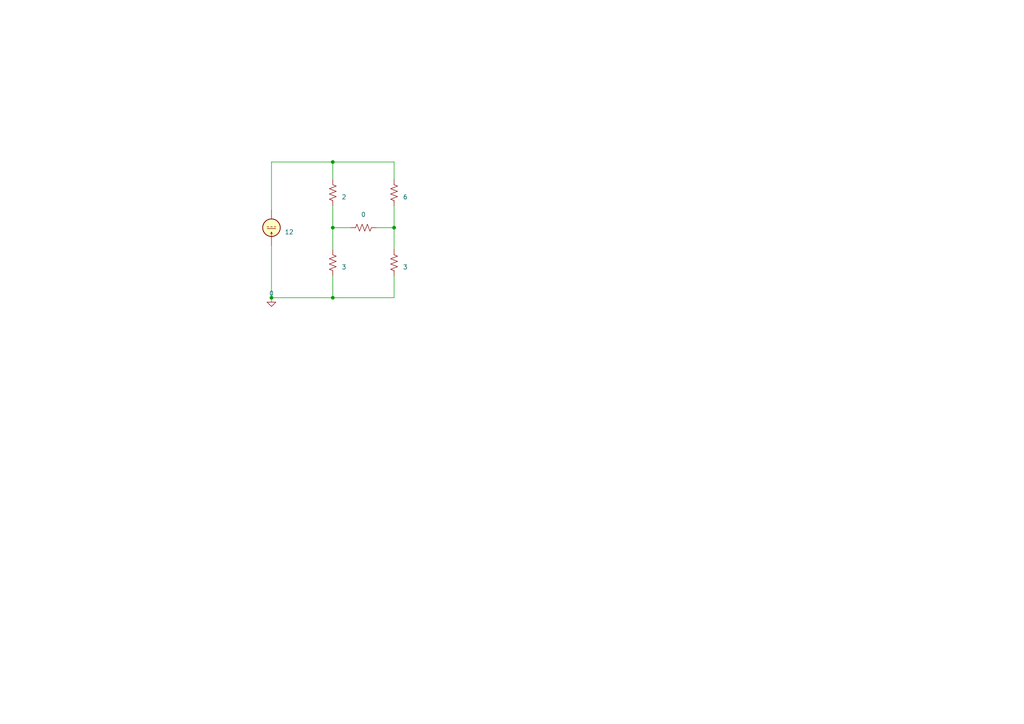
<source format=kicad_sch>
(kicad_sch (version 20250114) (generator "eeschema") (generator_version "9.0")
  (paper "A4")
  (lib_symbols
    (symbol "Device:R_US" (pin_numbers (hide yes)) (pin_names (offset 0))
      (property "Reference" "R" (at 2.54 0 90))
      (property "Value" "R_US" (at -2.54 0 90))
      (symbol "R_US_0_1"
        (polyline (pts (xy 0 2.286) (xy 0 2.54)))
        (polyline (pts (xy 0 2.286) (xy 1.016 1.905) (xy 0 1.524) (xy -1.016 1.143) (xy 0 0.762)))
        (polyline (pts (xy 0 0.762) (xy 1.016 0.381) (xy 0 0) (xy -1.016 -0.381) (xy 0 -0.762)))
        (polyline (pts (xy 0 -0.762) (xy 1.016 -1.143) (xy 0 -1.524) (xy -1.016 -1.905) (xy 0 -2.286)))
        (polyline (pts (xy 0 -2.286) (xy 0 -2.54)))
      )
      (symbol "R_US_1_1"
        (pin passive line (at 0 3.81 270) (length 1.27) (name "~") (number "1"))
        (pin passive line (at 0 -3.81 90) (length 1.27) (name "~") (number "2"))
      )
    )
    (symbol "Simulation_SPICE:0" (power) (pin_numbers (hide yes)) (pin_names (offset 0) (hide yes))
      (property "Value" "0" (at 0 -2.54 0))
      (symbol "0_0_1"
        (polyline (pts (xy -1.27 0) (xy 0 -1.27) (xy 1.27 0) (xy -1.27 0)))
      )
      (symbol "0_1_1"
        (pin power_in line (at 0 0 0) (length 0) (name "~") (number "1"))
      )
    )
    (symbol "Simulation_SPICE:IDC" (pin_numbers (hide yes)) (pin_names (offset 0.0254))
      (property "Reference" "I" (at 2.54 2.54 0))
      (property "Value" "1" (at 2.54 0 0))
      (symbol "IDC_0_0"
        (polyline (pts (xy -1.27 0.254) (xy 1.27 0.254)))
        (polyline (pts (xy -0.762 -0.254) (xy -1.27 -0.254)))
        (polyline (pts (xy 0.254 -0.254) (xy -0.254 -0.254)))
        (polyline (pts (xy 1.27 -0.254) (xy 0.762 -0.254)))
      )
      (symbol "IDC_0_1"
        (polyline (pts (xy -0.254 1.778) (xy 0 1.27) (xy 0.254 1.778)))
        (polyline (pts (xy 0 1.27) (xy 0 2.286)))
        (circle (center 0 0) (radius 2.54) (stroke (width 0.254)) (fill (type background)))
      )
      (symbol "IDC_1_1"
        (pin passive line (at 0 5.08 270) (length 2.54) (name "~") (number "1"))
        (pin passive line (at 0 -5.08 90) (length 2.54) (name "~") (number "2"))
      )
    )
  )
  (junction (at 96.52 46.99))
  (junction (at 78.74 86.36))
  (junction (at 96.52 86.36))
  (junction (at 114.3 66.04))
  (junction (at 96.52 66.04))
  (wire (pts (xy 96.52 66.04) (xy 96.52 72.39)))
  (wire (pts (xy 96.52 52.07) (xy 96.52 46.99)))
  (wire (pts (xy 78.74 86.36) (xy 78.74 87.63)))
  (wire (pts (xy 96.52 46.99) (xy 78.74 46.99)))
  (wire (pts (xy 78.74 71.12) (xy 78.74 86.36)))
  (wire (pts (xy 78.74 46.99) (xy 78.74 60.96)))
  (wire (pts (xy 114.3 66.04) (xy 114.3 72.39)))
  (wire (pts (xy 114.3 59.69) (xy 114.3 66.04)))
  (wire (pts (xy 96.52 46.99) (xy 114.3 46.99)))
  (wire (pts (xy 96.52 86.36) (xy 78.74 86.36)))
  (wire (pts (xy 114.3 80.01) (xy 114.3 86.36)))
  (wire (pts (xy 114.3 86.36) (xy 96.52 86.36)))
  (wire (pts (xy 96.52 80.01) (xy 96.52 86.36)))
  (wire (pts (xy 109.22 66.04) (xy 114.3 66.04)))
  (wire (pts (xy 96.52 59.69) (xy 96.52 66.04)))
  (wire (pts (xy 96.52 66.04) (xy 101.6 66.04)))
  (wire (pts (xy 114.3 52.07) (xy 114.3 46.99)))
  (symbol (lib_id "Device:R_US") (at 114.3 76.2 0) (unit 1)
    (property "Reference" "R27" (effects (hide yes)))
    (property "Value" "3" (at 116.84 77.4699 0) (effects (justify left)))
    (property "Description" "Resistor, US symbol" (effects (hide yes)))
  )
  (symbol (lib_id "Device:R_US") (at 114.3 55.88 0) (unit 1)
    (property "Reference" "R25" (effects (hide yes)))
    (property "Value" "6" (at 116.84 57.1499 0) (effects (justify left)))
    (property "Description" "Resistor, US symbol" (effects (hide yes)))
  )
  (symbol (lib_id "Device:R_US") (at 96.52 55.88 0) (unit 1)
    (property "Reference" "R24" (effects (hide yes)))
    (property "Value" "2" (at 99.06 57.1499 0) (effects (justify left)))
    (property "Description" "Resistor, US symbol" (effects (hide yes)))
  )
  (symbol (lib_id "Device:R_US") (at 105.41 66.04 270) (unit 1)
    (property "Reference" "R28" (effects (hide yes)))
    (property "Value" "0" (at 105.41 62.23 90))
    (property "Description" "Resistor, US symbol" (effects (hide yes)))
  )
  (symbol (lib_id "Simulation_SPICE:IDC") (at 78.74 66.04 180) (unit 1)
    (property "Reference" "I5" (effects (hide yes)))
    (property "Value" "12" (at 82.55 67.3099 0) (effects (justify right)))
    (property "Datasheet" "https://ngspice.sourceforge.io/docs/ngspice-html-manual/manual.xhtml#sec_Independent_Sources_for" (effects (hide yes)))
    (property "Description" "Current source, DC" (effects (hide yes)))
    (property "Sim.Pins" "1=+ 2=-" (effects (hide yes)))
    (property "Sim.Type" "DC" (effects (hide yes)))
    (property "Sim.Device" "I" (effects (hide yes)))
  )
  (symbol (lib_id "Simulation_SPICE:0") (at 78.74 87.63 0) (unit 1)
    (property "Reference" "#GND07" (effects (hide yes)))
    (property "Value" "0" (at 78.74 85.09 0))
    (property "Datasheet" "https://ngspice.sourceforge.io/docs/ngspice-html-manual/manual.xhtml#subsec_Circuit_elements__device" (effects (hide yes)))
    (property "Description" "0V reference potential for simulation" (effects (hide yes)))
  )
  (symbol (lib_id "Device:R_US") (at 96.52 76.2 0) (unit 1)
    (property "Reference" "R26" (effects (hide yes)))
    (property "Value" "3" (at 99.06 77.4699 0) (effects (justify left)))
    (property "Description" "Resistor, US symbol" (effects (hide yes)))
  )
)
</source>
